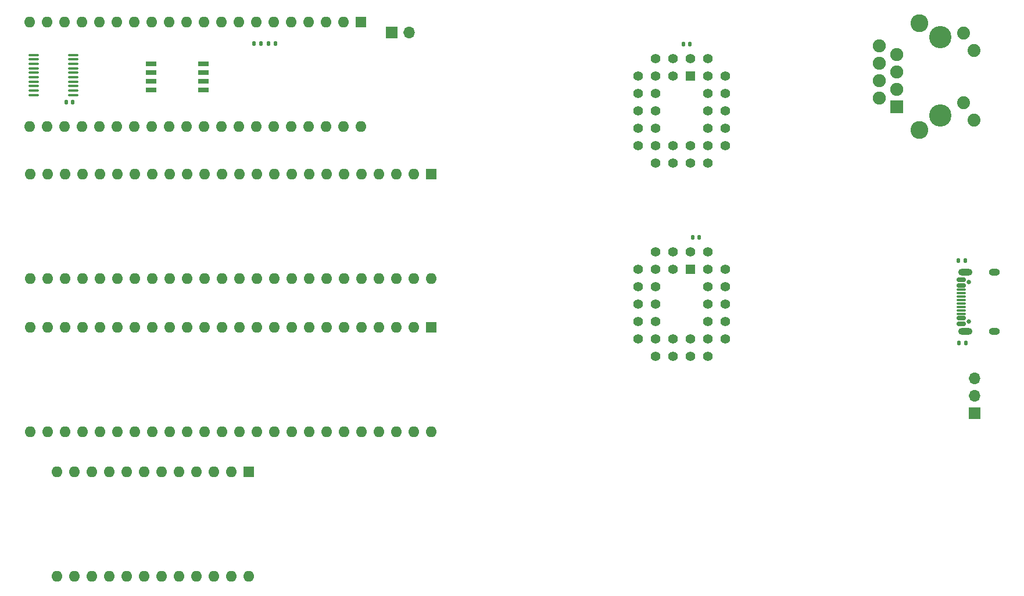
<source format=gbs>
G04 #@! TF.GenerationSoftware,KiCad,Pcbnew,8.0.4*
G04 #@! TF.CreationDate,2024-08-18T20:29:47-07:00*
G04 #@! TF.ProjectId,ns32k,6e733332-6b2e-46b6-9963-61645f706362,5*
G04 #@! TF.SameCoordinates,Original*
G04 #@! TF.FileFunction,Soldermask,Bot*
G04 #@! TF.FilePolarity,Negative*
%FSLAX46Y46*%
G04 Gerber Fmt 4.6, Leading zero omitted, Abs format (unit mm)*
G04 Created by KiCad (PCBNEW 8.0.4) date 2024-08-18 20:29:47*
%MOMM*%
%LPD*%
G01*
G04 APERTURE LIST*
G04 Aperture macros list*
%AMRoundRect*
0 Rectangle with rounded corners*
0 $1 Rounding radius*
0 $2 $3 $4 $5 $6 $7 $8 $9 X,Y pos of 4 corners*
0 Add a 4 corners polygon primitive as box body*
4,1,4,$2,$3,$4,$5,$6,$7,$8,$9,$2,$3,0*
0 Add four circle primitives for the rounded corners*
1,1,$1+$1,$2,$3*
1,1,$1+$1,$4,$5*
1,1,$1+$1,$6,$7*
1,1,$1+$1,$8,$9*
0 Add four rect primitives between the rounded corners*
20,1,$1+$1,$2,$3,$4,$5,0*
20,1,$1+$1,$4,$5,$6,$7,0*
20,1,$1+$1,$6,$7,$8,$9,0*
20,1,$1+$1,$8,$9,$2,$3,0*%
G04 Aperture macros list end*
%ADD10C,3.250000*%
%ADD11C,1.890000*%
%ADD12R,1.900000X1.900000*%
%ADD13C,1.900000*%
%ADD14C,2.600000*%
%ADD15R,1.600000X1.600000*%
%ADD16O,1.600000X1.600000*%
%ADD17R,1.422400X1.422400*%
%ADD18C,1.422400*%
%ADD19R,1.700000X1.700000*%
%ADD20O,1.700000X1.700000*%
%ADD21RoundRect,0.100000X-0.637500X-0.100000X0.637500X-0.100000X0.637500X0.100000X-0.637500X0.100000X0*%
%ADD22RoundRect,0.135000X-0.135000X-0.185000X0.135000X-0.185000X0.135000X0.185000X-0.135000X0.185000X0*%
%ADD23RoundRect,0.135000X0.135000X0.185000X-0.135000X0.185000X-0.135000X-0.185000X0.135000X-0.185000X0*%
%ADD24C,0.650000*%
%ADD25RoundRect,0.150000X-0.500000X0.150000X-0.500000X-0.150000X0.500000X-0.150000X0.500000X0.150000X0*%
%ADD26RoundRect,0.075000X-0.575000X0.075000X-0.575000X-0.075000X0.575000X-0.075000X0.575000X0.075000X0*%
%ADD27O,1.600000X1.000000*%
%ADD28O,2.100000X1.000000*%
%ADD29R,1.600000X0.760000*%
%ADD30RoundRect,0.140000X0.140000X0.170000X-0.140000X0.170000X-0.140000X-0.170000X0.140000X-0.170000X0*%
%ADD31RoundRect,0.140000X-0.140000X-0.170000X0.140000X-0.170000X0.140000X0.170000X-0.140000X0.170000X0*%
G04 APERTURE END LIST*
D10*
X194508600Y-66776600D03*
X194508600Y-55346600D03*
D11*
X197888600Y-54736600D03*
X199408600Y-57276600D03*
X197888600Y-64846600D03*
X199408600Y-67386600D03*
D12*
X188168600Y-65506600D03*
D13*
X185628600Y-64236600D03*
X188168600Y-62966600D03*
X185628600Y-61696600D03*
X188168600Y-60426600D03*
X185628600Y-59156600D03*
X188168600Y-57886600D03*
X185628600Y-56616600D03*
D14*
X191458600Y-68836600D03*
X191458600Y-53286600D03*
D15*
X110109000Y-53102600D03*
D16*
X107569000Y-53102600D03*
X105029000Y-53102600D03*
X102489000Y-53102600D03*
X99949000Y-53102600D03*
X97409000Y-53102600D03*
X94869000Y-53102600D03*
X92329000Y-53102600D03*
X89789000Y-53102600D03*
X87249000Y-53102600D03*
X84709000Y-53102600D03*
X82169000Y-53102600D03*
X79629000Y-53102600D03*
X77089000Y-53102600D03*
X74549000Y-53102600D03*
X72009000Y-53102600D03*
X69469000Y-53102600D03*
X66929000Y-53102600D03*
X64389000Y-53102600D03*
X61849000Y-53102600D03*
X61849000Y-68342600D03*
X64389000Y-68342600D03*
X66929000Y-68342600D03*
X69469000Y-68342600D03*
X72009000Y-68342600D03*
X74549000Y-68342600D03*
X77089000Y-68342600D03*
X79629000Y-68342600D03*
X82169000Y-68342600D03*
X84709000Y-68342600D03*
X87249000Y-68342600D03*
X89789000Y-68342600D03*
X92329000Y-68342600D03*
X94869000Y-68342600D03*
X97409000Y-68342600D03*
X99949000Y-68342600D03*
X102489000Y-68342600D03*
X105029000Y-68342600D03*
X107569000Y-68342600D03*
X110109000Y-68342600D03*
D15*
X120309000Y-75327600D03*
D16*
X117769000Y-75327600D03*
X115229000Y-75327600D03*
X112689000Y-75327600D03*
X110149000Y-75327600D03*
X107609000Y-75327600D03*
X105069000Y-75327600D03*
X102529000Y-75327600D03*
X99989000Y-75327600D03*
X97449000Y-75327600D03*
X94909000Y-75327600D03*
X92369000Y-75327600D03*
X89829000Y-75327600D03*
X87289000Y-75327600D03*
X84749000Y-75327600D03*
X82209000Y-75327600D03*
X79669000Y-75327600D03*
X77129000Y-75327600D03*
X74589000Y-75327600D03*
X72049000Y-75327600D03*
X69509000Y-75327600D03*
X66969000Y-75327600D03*
X64429000Y-75327600D03*
X61889000Y-75327600D03*
X61889000Y-90567600D03*
X64429000Y-90567600D03*
X66969000Y-90567600D03*
X69509000Y-90567600D03*
X72049000Y-90567600D03*
X74589000Y-90567600D03*
X77129000Y-90567600D03*
X79669000Y-90567600D03*
X82209000Y-90567600D03*
X84749000Y-90567600D03*
X87289000Y-90567600D03*
X89829000Y-90567600D03*
X92369000Y-90567600D03*
X94909000Y-90567600D03*
X97449000Y-90567600D03*
X99989000Y-90567600D03*
X102529000Y-90567600D03*
X105069000Y-90567600D03*
X107609000Y-90567600D03*
X110149000Y-90567600D03*
X112689000Y-90567600D03*
X115229000Y-90567600D03*
X117769000Y-90567600D03*
X120309000Y-90567600D03*
D15*
X120309000Y-97679600D03*
D16*
X117769000Y-97679600D03*
X115229000Y-97679600D03*
X112689000Y-97679600D03*
X110149000Y-97679600D03*
X107609000Y-97679600D03*
X105069000Y-97679600D03*
X102529000Y-97679600D03*
X99989000Y-97679600D03*
X97449000Y-97679600D03*
X94909000Y-97679600D03*
X92369000Y-97679600D03*
X89829000Y-97679600D03*
X87289000Y-97679600D03*
X84749000Y-97679600D03*
X82209000Y-97679600D03*
X79669000Y-97679600D03*
X77129000Y-97679600D03*
X74589000Y-97679600D03*
X72049000Y-97679600D03*
X69509000Y-97679600D03*
X66969000Y-97679600D03*
X64429000Y-97679600D03*
X61889000Y-97679600D03*
X61889000Y-112919600D03*
X64429000Y-112919600D03*
X66969000Y-112919600D03*
X69509000Y-112919600D03*
X72049000Y-112919600D03*
X74589000Y-112919600D03*
X77129000Y-112919600D03*
X79669000Y-112919600D03*
X82209000Y-112919600D03*
X84749000Y-112919600D03*
X87289000Y-112919600D03*
X89829000Y-112919600D03*
X92369000Y-112919600D03*
X94909000Y-112919600D03*
X97449000Y-112919600D03*
X99989000Y-112919600D03*
X102529000Y-112919600D03*
X105069000Y-112919600D03*
X107609000Y-112919600D03*
X110149000Y-112919600D03*
X112689000Y-112919600D03*
X115229000Y-112919600D03*
X117769000Y-112919600D03*
X120309000Y-112919600D03*
D17*
X158115000Y-89170600D03*
D18*
X155575000Y-86630600D03*
X155575000Y-89170600D03*
X153035000Y-86630600D03*
X150495000Y-89170600D03*
X153035000Y-89170600D03*
X150495000Y-91710600D03*
X153035000Y-91710600D03*
X150495000Y-94250600D03*
X153035000Y-94250600D03*
X150495000Y-96790600D03*
X153035000Y-96790600D03*
X150495000Y-99330600D03*
X153035000Y-101870600D03*
X153035000Y-99330600D03*
X155575000Y-101870600D03*
X155575000Y-99330600D03*
X158115000Y-101870600D03*
X158115000Y-99330600D03*
X160655000Y-101870600D03*
X163195000Y-99330600D03*
X160655000Y-99330600D03*
X163195000Y-96790600D03*
X160655000Y-96790600D03*
X163195000Y-94250600D03*
X160655000Y-94250600D03*
X163195000Y-91710600D03*
X160655000Y-91710600D03*
X163195000Y-89170600D03*
X160655000Y-86630600D03*
X160655000Y-89170600D03*
X158115000Y-86630600D03*
D15*
X93751400Y-118736200D03*
D16*
X91211400Y-118736200D03*
X88671400Y-118736200D03*
X86131400Y-118736200D03*
X83591400Y-118736200D03*
X81051400Y-118736200D03*
X78511400Y-118736200D03*
X75971400Y-118736200D03*
X73431400Y-118736200D03*
X70891400Y-118736200D03*
X68351400Y-118736200D03*
X65811400Y-118736200D03*
X65811400Y-133976200D03*
X68351400Y-133976200D03*
X70891400Y-133976200D03*
X73431400Y-133976200D03*
X75971400Y-133976200D03*
X78511400Y-133976200D03*
X81051400Y-133976200D03*
X83591400Y-133976200D03*
X86131400Y-133976200D03*
X88671400Y-133976200D03*
X91211400Y-133976200D03*
X93751400Y-133976200D03*
D17*
X158115000Y-60976600D03*
D18*
X155575000Y-58436600D03*
X155575000Y-60976600D03*
X153035000Y-58436600D03*
X150495000Y-60976600D03*
X153035000Y-60976600D03*
X150495000Y-63516600D03*
X153035000Y-63516600D03*
X150495000Y-66056600D03*
X153035000Y-66056600D03*
X150495000Y-68596600D03*
X153035000Y-68596600D03*
X150495000Y-71136600D03*
X153035000Y-73676600D03*
X153035000Y-71136600D03*
X155575000Y-73676600D03*
X155575000Y-71136600D03*
X158115000Y-73676600D03*
X158115000Y-71136600D03*
X160655000Y-73676600D03*
X163195000Y-71136600D03*
X160655000Y-71136600D03*
X163195000Y-68596600D03*
X160655000Y-68596600D03*
X163195000Y-66056600D03*
X160655000Y-66056600D03*
X163195000Y-63516600D03*
X160655000Y-63516600D03*
X163195000Y-60976600D03*
X160655000Y-58436600D03*
X160655000Y-60976600D03*
X158115000Y-58436600D03*
D19*
X199466200Y-110185200D03*
D20*
X199466200Y-107645200D03*
X199466200Y-105105200D03*
D19*
X114599800Y-54677400D03*
D20*
X117139800Y-54677400D03*
D21*
X62415500Y-63758000D03*
X62415500Y-63108000D03*
X62415500Y-62458000D03*
X62415500Y-61808000D03*
X62415500Y-61158000D03*
X62415500Y-60508000D03*
X62415500Y-59858000D03*
X62415500Y-59208000D03*
X62415500Y-58558000D03*
X62415500Y-57908000D03*
X68140500Y-57908000D03*
X68140500Y-58558000D03*
X68140500Y-59208000D03*
X68140500Y-59858000D03*
X68140500Y-60508000D03*
X68140500Y-61158000D03*
X68140500Y-61808000D03*
X68140500Y-62458000D03*
X68140500Y-63108000D03*
X68140500Y-63758000D03*
D22*
X197129400Y-87907400D03*
X198149400Y-87907400D03*
X197154800Y-99972400D03*
X198174800Y-99972400D03*
D23*
X97665000Y-56235600D03*
X96645000Y-56235600D03*
D24*
X198639200Y-91039200D03*
X198639200Y-96819200D03*
D25*
X197499200Y-90729200D03*
X197499200Y-91529200D03*
D26*
X197499200Y-92679200D03*
X197499200Y-93679200D03*
X197499200Y-94179200D03*
X197499200Y-95179200D03*
D25*
X197499200Y-96329200D03*
X197499200Y-97129200D03*
X197499200Y-97129200D03*
X197499200Y-96329200D03*
D26*
X197499200Y-95679200D03*
X197499200Y-94679200D03*
X197499200Y-93179200D03*
X197499200Y-92179200D03*
D25*
X197499200Y-91529200D03*
X197499200Y-90729200D03*
D27*
X202319200Y-89609200D03*
D28*
X198139200Y-89609200D03*
D27*
X202319200Y-98249200D03*
D28*
X198139200Y-98249200D03*
D29*
X87122000Y-59249400D03*
X87122000Y-60519400D03*
X87122000Y-61789400D03*
X87122000Y-63059400D03*
X79502000Y-63059400D03*
X79502000Y-61789400D03*
X79502000Y-60519400D03*
X79502000Y-59249400D03*
D23*
X95506000Y-56252200D03*
X94486000Y-56252200D03*
D30*
X68094800Y-64795400D03*
X67134800Y-64795400D03*
D31*
X158397000Y-84531200D03*
X159357000Y-84531200D03*
D30*
X157985400Y-56370400D03*
X157025400Y-56370400D03*
M02*

</source>
